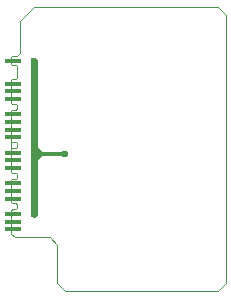
<source format=gbl>
G04 EAGLE Gerber X2 export*
%TF.Part,Single*%
%TF.FileFunction,Other,bottom copper*%
%TF.FilePolarity,Positive*%
%TF.GenerationSoftware,Autodesk,EAGLE,9.6.2*%
%TF.CreationDate,2021-06-26T12:46:15Z*%
G75*
%MOMM*%
%FSLAX34Y34*%
%LPD*%
%INbottom copper*%
%AMOC8*
5,1,8,0,0,1.08239X$1,22.5*%
G01*
%ADD10C,0.000000*%
%ADD11R,1.350000X0.450000*%
%ADD12C,0.450000*%
%ADD13C,0.600000*%
%ADD14C,0.609600*%
%ADD15C,0.455000*%
%ADD16C,0.304800*%


D10*
X0Y-36000D02*
X3000Y-39000D01*
X32500Y-39000D01*
X39000Y-45500D01*
X39000Y-78000D01*
X45500Y-84500D01*
X175500Y-84500D01*
X182000Y-78000D01*
X182000Y149500D01*
X1000Y114500D02*
X0Y113500D01*
X0Y107500D01*
X0Y94000D02*
X0Y75000D01*
X1000Y74000D01*
X4000Y74000D01*
X5000Y73000D01*
X5000Y70000D02*
X4000Y69000D01*
X1000Y69000D01*
X0Y68000D01*
X5000Y70000D02*
X5000Y73000D01*
X0Y68000D02*
X0Y42500D01*
X1000Y41500D01*
X4000Y41500D01*
X5000Y40500D01*
X5000Y37500D02*
X4000Y36500D01*
X1000Y36500D01*
X0Y35500D01*
X5000Y37500D02*
X5000Y40500D01*
X0Y42000D02*
X0Y35500D01*
X0Y16500D02*
X1000Y15500D01*
X4000Y15500D01*
X5000Y14500D01*
X5000Y11500D02*
X4000Y10500D01*
X1000Y10500D01*
X0Y9500D01*
X5000Y11500D02*
X5000Y14500D01*
X0Y-16500D02*
X0Y-36000D01*
X0Y-9500D02*
X0Y9500D01*
X0Y16500D02*
X0Y35500D01*
X0Y-9500D02*
X1000Y-10500D01*
X4000Y-10500D02*
X5000Y-11500D01*
X4000Y-10500D02*
X1000Y-10500D01*
X5000Y-11500D02*
X5000Y-14500D01*
X4000Y-15500D01*
X1000Y-15500D01*
X0Y-16500D01*
X1000Y106500D02*
X0Y107500D01*
X1000Y106500D02*
X4000Y106500D01*
X5000Y105500D01*
X5000Y96000D01*
X4000Y95000D01*
X1000Y95000D01*
X0Y94000D01*
X1000Y114500D02*
X5000Y114500D01*
X7500Y117000D01*
X7500Y144000D01*
X19500Y156000D01*
X175500Y156000D01*
X182000Y149500D01*
D11*
X2000Y91000D03*
X2000Y84500D03*
X2000Y78000D03*
X2000Y65000D03*
X2000Y58500D03*
X2000Y52000D03*
X2000Y45500D03*
X2000Y32500D03*
X2000Y26000D03*
X2000Y19500D03*
X2000Y6500D03*
X2000Y0D03*
X2000Y-6500D03*
X2000Y-19500D03*
X2000Y-26000D03*
X2000Y-32500D03*
X2000Y110500D03*
D12*
X6500Y0D03*
X6500Y65000D03*
X6500Y32500D03*
X6500Y6500D03*
X6500Y-19500D03*
X0Y-19500D03*
D13*
X19500Y-19500D03*
D14*
X19500Y24500D01*
D13*
X19500Y65000D03*
X19500Y32500D03*
D15*
X19500Y6500D03*
D14*
X19500Y24500D02*
X19500Y31000D01*
X19500Y37500D01*
X19500Y65000D01*
D12*
X0Y110500D03*
X6500Y110500D03*
D13*
X19500Y110500D03*
D14*
X19500Y65000D01*
D12*
X0Y65000D03*
X0Y32500D03*
X0Y6500D03*
D13*
X45500Y31000D03*
D16*
X26000Y31000D01*
X19500Y31000D01*
X26000Y31000D02*
X19500Y37500D01*
X26000Y31000D02*
X19500Y24500D01*
D13*
X19500Y103000D03*
X19500Y72000D03*
X19500Y39500D03*
X19500Y-12500D03*
D12*
X6500Y19500D03*
X6500Y26000D03*
X6500Y45500D03*
X6500Y52000D03*
X6500Y58500D03*
X6500Y84500D03*
X6500Y78000D03*
X6500Y91000D03*
X0Y0D03*
X0Y19500D03*
X0Y26000D03*
X0Y45500D03*
X0Y52000D03*
X0Y58500D03*
X0Y84500D03*
X0Y78000D03*
X0Y91000D03*
X6500Y-6500D03*
X0Y-6500D03*
X6500Y-32500D03*
X0Y-32500D03*
X0Y-26000D03*
X6500Y-26000D03*
M02*

</source>
